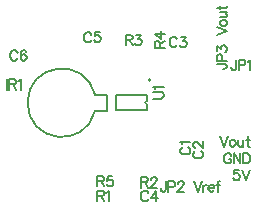
<source format=gto>
G04*
G04 #@! TF.GenerationSoftware,Altium Limited,Altium Designer,20.2.6 (244)*
G04*
G04 Layer_Color=65535*
%FSLAX25Y25*%
%MOIN*%
G70*
G04*
G04 #@! TF.SameCoordinates,2912C924-6B85-435B-98AD-5968C9E07C92*
G04*
G04*
G04 #@! TF.FilePolarity,Positive*
G04*
G01*
G75*
%ADD10C,0.00787*%
%ADD11C,0.00620*%
D10*
X51458Y52776D02*
G03*
X51458Y52776I-379J0D01*
G01*
X50197Y45915D02*
G03*
X50197Y44636I0J-640D01*
G01*
X32950Y47951D02*
G03*
X32950Y42600I-11099J-2676D01*
G01*
X39961Y47795D02*
X50197D01*
X39961Y42756D02*
Y47795D01*
Y42756D02*
X50197D01*
Y44636D01*
Y45915D02*
Y47795D01*
X32956Y42598D02*
X37047D01*
Y47953D01*
X32956D02*
X37047D01*
D11*
X74774Y34051D02*
X76069Y30652D01*
X77364Y34051D02*
X76069Y30652D01*
X78611Y32918D02*
X78287Y32756D01*
X77963Y32432D01*
X77802Y31947D01*
Y31623D01*
X77963Y31137D01*
X78287Y30814D01*
X78611Y30652D01*
X79097D01*
X79420Y30814D01*
X79744Y31137D01*
X79906Y31623D01*
Y31947D01*
X79744Y32432D01*
X79420Y32756D01*
X79097Y32918D01*
X78611D01*
X80650D02*
Y31299D01*
X80812Y30814D01*
X81136Y30652D01*
X81622D01*
X81945Y30814D01*
X82431Y31299D01*
Y32918D02*
Y30652D01*
X83807Y34051D02*
Y31299D01*
X83969Y30814D01*
X84293Y30652D01*
X84616D01*
X83321Y32918D02*
X84454D01*
X78368Y27675D02*
X78206Y27998D01*
X77882Y28322D01*
X77559Y28484D01*
X76911D01*
X76587Y28322D01*
X76264Y27998D01*
X76102Y27675D01*
X75940Y27189D01*
Y26380D01*
X76102Y25894D01*
X76264Y25570D01*
X76587Y25247D01*
X76911Y25085D01*
X77559D01*
X77882Y25247D01*
X78206Y25570D01*
X78368Y25894D01*
Y26380D01*
X77559D02*
X78368D01*
X79145Y28484D02*
Y25085D01*
Y28484D02*
X81411Y25085D01*
Y28484D02*
Y25085D01*
X82350Y28484D02*
Y25085D01*
Y28484D02*
X83483D01*
X83969Y28322D01*
X84293Y27998D01*
X84454Y27675D01*
X84616Y27189D01*
Y26380D01*
X84454Y25894D01*
X84293Y25570D01*
X83969Y25247D01*
X83483Y25085D01*
X82350D01*
X80942Y22917D02*
X79323D01*
X79161Y21460D01*
X79323Y21622D01*
X79809Y21784D01*
X80294D01*
X80780Y21622D01*
X81104Y21298D01*
X81265Y20813D01*
Y20489D01*
X81104Y20003D01*
X80780Y19680D01*
X80294Y19518D01*
X79809D01*
X79323Y19680D01*
X79161Y19841D01*
X78999Y20165D01*
X82026Y22917D02*
X83321Y19518D01*
X84616Y22917D02*
X83321Y19518D01*
X56476Y19023D02*
Y16433D01*
X56314Y15947D01*
X56152Y15785D01*
X55828Y15623D01*
X55505D01*
X55181Y15785D01*
X55019Y15947D01*
X54857Y16433D01*
Y16756D01*
X57350Y17242D02*
X58807D01*
X59293Y17404D01*
X59454Y17566D01*
X59616Y17889D01*
Y18375D01*
X59454Y18699D01*
X59293Y18861D01*
X58807Y19023D01*
X57350D01*
Y15623D01*
X60539Y18213D02*
Y18375D01*
X60701Y18699D01*
X60863Y18861D01*
X61186Y19023D01*
X61834D01*
X62158Y18861D01*
X62319Y18699D01*
X62481Y18375D01*
Y18051D01*
X62319Y17728D01*
X61996Y17242D01*
X60377Y15623D01*
X62643D01*
X66075Y19023D02*
X67370Y15623D01*
X68665Y19023D02*
X67370Y15623D01*
X69102Y17889D02*
Y15623D01*
Y16918D02*
X69264Y17404D01*
X69587Y17728D01*
X69911Y17889D01*
X70397D01*
X70704Y16918D02*
X72647D01*
Y17242D01*
X72485Y17566D01*
X72323Y17728D01*
X71999Y17889D01*
X71514D01*
X71190Y17728D01*
X70866Y17404D01*
X70704Y16918D01*
Y16594D01*
X70866Y16109D01*
X71190Y15785D01*
X71514Y15623D01*
X71999D01*
X72323Y15785D01*
X72647Y16109D01*
X74670Y19023D02*
X74347D01*
X74023Y18861D01*
X73861Y18375D01*
Y15623D01*
X73375Y17889D02*
X74508D01*
X79950Y59574D02*
Y56984D01*
X79788Y56498D01*
X79627Y56336D01*
X79303Y56174D01*
X78979D01*
X78655Y56336D01*
X78493Y56498D01*
X78332Y56984D01*
Y57307D01*
X80824Y57793D02*
X82281D01*
X82767Y57955D01*
X82929Y58117D01*
X83091Y58441D01*
Y58926D01*
X82929Y59250D01*
X82767Y59412D01*
X82281Y59574D01*
X80824D01*
Y56174D01*
X83851Y58926D02*
X84175Y59088D01*
X84661Y59574D01*
Y56174D01*
X73497Y58215D02*
X76087D01*
X76573Y58053D01*
X76735Y57891D01*
X76897Y57568D01*
Y57244D01*
X76735Y56920D01*
X76573Y56758D01*
X76087Y56596D01*
X75763D01*
X75278Y59089D02*
Y60546D01*
X75116Y61032D01*
X74954Y61193D01*
X74630Y61355D01*
X74145D01*
X73821Y61193D01*
X73659Y61032D01*
X73497Y60546D01*
Y59089D01*
X76897D01*
X73497Y62440D02*
Y64220D01*
X74792Y63249D01*
Y63735D01*
X74954Y64059D01*
X75116Y64220D01*
X75602Y64382D01*
X75925D01*
X76411Y64220D01*
X76735Y63897D01*
X76897Y63411D01*
Y62925D01*
X76735Y62440D01*
X76573Y62278D01*
X76249Y62116D01*
X73497Y67814D02*
X76897Y69109D01*
X73497Y70404D02*
X76897Y69109D01*
X74630Y71650D02*
X74792Y71327D01*
X75116Y71003D01*
X75602Y70841D01*
X75925D01*
X76411Y71003D01*
X76735Y71327D01*
X76897Y71650D01*
Y72136D01*
X76735Y72460D01*
X76411Y72783D01*
X75925Y72945D01*
X75602D01*
X75116Y72783D01*
X74792Y72460D01*
X74630Y72136D01*
Y71650D01*
Y73690D02*
X76249D01*
X76735Y73852D01*
X76897Y74175D01*
Y74661D01*
X76735Y74985D01*
X76249Y75470D01*
X74630D02*
X76897D01*
X73497Y76846D02*
X76249D01*
X76735Y77008D01*
X76897Y77332D01*
Y77656D01*
X74630Y76361D02*
Y77494D01*
X52434Y46615D02*
X54862D01*
X55348Y46777D01*
X55672Y47100D01*
X55834Y47586D01*
Y47910D01*
X55672Y48395D01*
X55348Y48719D01*
X54862Y48881D01*
X52434D01*
X53082Y49820D02*
X52920Y50144D01*
X52434Y50629D01*
X55834D01*
X62102Y30450D02*
X61778Y30288D01*
X61454Y29964D01*
X61292Y29641D01*
Y28993D01*
X61454Y28669D01*
X61778Y28346D01*
X62102Y28184D01*
X62587Y28022D01*
X63397D01*
X63882Y28184D01*
X64206Y28346D01*
X64530Y28669D01*
X64692Y28993D01*
Y29641D01*
X64530Y29964D01*
X64206Y30288D01*
X63882Y30450D01*
X61940Y31405D02*
X61778Y31729D01*
X61292Y32214D01*
X64692D01*
X33712Y15873D02*
Y12474D01*
Y15873D02*
X35169D01*
X35654Y15711D01*
X35816Y15549D01*
X35978Y15225D01*
Y14902D01*
X35816Y14578D01*
X35654Y14416D01*
X35169Y14254D01*
X33712D01*
X34845D02*
X35978Y12474D01*
X36739Y15225D02*
X37062Y15387D01*
X37548Y15873D01*
Y12474D01*
X33771Y20794D02*
Y17395D01*
Y20794D02*
X35228D01*
X35713Y20632D01*
X35875Y20470D01*
X36037Y20147D01*
Y19823D01*
X35875Y19499D01*
X35713Y19337D01*
X35228Y19175D01*
X33771D01*
X34904D02*
X36037Y17395D01*
X38740Y20794D02*
X37121D01*
X36960Y19337D01*
X37121Y19499D01*
X37607Y19661D01*
X38093D01*
X38578Y19499D01*
X38902Y19175D01*
X39064Y18690D01*
Y18366D01*
X38902Y17880D01*
X38578Y17557D01*
X38093Y17395D01*
X37607D01*
X37121Y17557D01*
X36960Y17719D01*
X36798Y18042D01*
X3631Y53078D02*
Y49678D01*
X4343Y53078D02*
Y49678D01*
Y53078D02*
X5800D01*
X6286Y52916D01*
X6448Y52754D01*
X6610Y52430D01*
Y52106D01*
X6448Y51783D01*
X6286Y51621D01*
X5800Y51459D01*
X4343D01*
X5477D02*
X6610Y49678D01*
X7370Y52430D02*
X7694Y52592D01*
X8180Y53078D01*
Y49678D01*
X66432Y29131D02*
X66109Y28969D01*
X65785Y28645D01*
X65623Y28322D01*
Y27674D01*
X65785Y27350D01*
X66109Y27027D01*
X66432Y26865D01*
X66918Y26703D01*
X67728D01*
X68213Y26865D01*
X68537Y27027D01*
X68861Y27350D01*
X69023Y27674D01*
Y28322D01*
X68861Y28645D01*
X68537Y28969D01*
X68213Y29131D01*
X66432Y30248D02*
X66271D01*
X65947Y30410D01*
X65785Y30572D01*
X65623Y30895D01*
Y31543D01*
X65785Y31867D01*
X65947Y32028D01*
X66271Y32190D01*
X66594D01*
X66918Y32028D01*
X67404Y31705D01*
X69023Y30086D01*
Y32352D01*
X60233Y66442D02*
X60071Y66765D01*
X59748Y67089D01*
X59424Y67251D01*
X58776D01*
X58453Y67089D01*
X58129Y66765D01*
X57967Y66442D01*
X57805Y65956D01*
Y65146D01*
X57967Y64661D01*
X58129Y64337D01*
X58453Y64013D01*
X58776Y63851D01*
X59424D01*
X59748Y64013D01*
X60071Y64337D01*
X60233Y64661D01*
X61512Y67251D02*
X63293D01*
X62322Y65956D01*
X62807D01*
X63131Y65794D01*
X63293Y65632D01*
X63455Y65146D01*
Y64823D01*
X63293Y64337D01*
X62969Y64013D01*
X62483Y63851D01*
X61998D01*
X61512Y64013D01*
X61350Y64175D01*
X61188Y64499D01*
X52828Y63611D02*
X56227D01*
X52828D02*
Y65068D01*
X52990Y65553D01*
X53152Y65715D01*
X53475Y65877D01*
X53799D01*
X54123Y65715D01*
X54285Y65553D01*
X54447Y65068D01*
Y63611D01*
Y64744D02*
X56227Y65877D01*
X52828Y68257D02*
X55094Y66638D01*
Y69066D01*
X52828Y68257D02*
X56227D01*
X43220Y67841D02*
Y64442D01*
Y67841D02*
X44676D01*
X45162Y67680D01*
X45324Y67518D01*
X45486Y67194D01*
Y66870D01*
X45324Y66546D01*
X45162Y66385D01*
X44676Y66223D01*
X43220D01*
X44353D02*
X45486Y64442D01*
X46570Y67841D02*
X48351D01*
X47380Y66546D01*
X47865D01*
X48189Y66385D01*
X48351Y66223D01*
X48513Y65737D01*
Y65413D01*
X48351Y64928D01*
X48027Y64604D01*
X47541Y64442D01*
X47056D01*
X46570Y64604D01*
X46408Y64766D01*
X46246Y65090D01*
X48338Y20400D02*
Y17001D01*
Y20400D02*
X49795D01*
X50280Y20239D01*
X50442Y20077D01*
X50604Y19753D01*
Y19429D01*
X50442Y19105D01*
X50280Y18944D01*
X49795Y18782D01*
X48338D01*
X49471D02*
X50604Y17001D01*
X51526Y19591D02*
Y19753D01*
X51688Y20077D01*
X51850Y20239D01*
X52174Y20400D01*
X52821D01*
X53145Y20239D01*
X53307Y20077D01*
X53469Y19753D01*
Y19429D01*
X53307Y19105D01*
X52983Y18620D01*
X51365Y17001D01*
X53631D01*
X7165Y61914D02*
X7003Y62238D01*
X6679Y62561D01*
X6355Y62723D01*
X5708D01*
X5384Y62561D01*
X5060Y62238D01*
X4899Y61914D01*
X4737Y61428D01*
Y60619D01*
X4899Y60133D01*
X5060Y59810D01*
X5384Y59486D01*
X5708Y59324D01*
X6355D01*
X6679Y59486D01*
X7003Y59810D01*
X7165Y60133D01*
X10062Y62238D02*
X9900Y62561D01*
X9415Y62723D01*
X9091D01*
X8605Y62561D01*
X8282Y62076D01*
X8120Y61266D01*
Y60457D01*
X8282Y59810D01*
X8605Y59486D01*
X9091Y59324D01*
X9253D01*
X9738Y59486D01*
X10062Y59810D01*
X10224Y60295D01*
Y60457D01*
X10062Y60943D01*
X9738Y61266D01*
X9253Y61428D01*
X9091D01*
X8605Y61266D01*
X8282Y60943D01*
X8120Y60457D01*
X31690Y68016D02*
X31528Y68340D01*
X31204Y68664D01*
X30881Y68826D01*
X30233D01*
X29910Y68664D01*
X29586Y68340D01*
X29424Y68016D01*
X29262Y67531D01*
Y66721D01*
X29424Y66236D01*
X29586Y65912D01*
X29910Y65588D01*
X30233Y65426D01*
X30881D01*
X31204Y65588D01*
X31528Y65912D01*
X31690Y66236D01*
X34587Y68826D02*
X32969D01*
X32807Y67369D01*
X32969Y67531D01*
X33454Y67693D01*
X33940D01*
X34426Y67531D01*
X34749Y67207D01*
X34911Y66721D01*
Y66398D01*
X34749Y65912D01*
X34426Y65588D01*
X33940Y65426D01*
X33454D01*
X32969Y65588D01*
X32807Y65750D01*
X32645Y66074D01*
X50704Y15064D02*
X50542Y15387D01*
X50218Y15711D01*
X49894Y15873D01*
X49247D01*
X48923Y15711D01*
X48599Y15387D01*
X48437Y15064D01*
X48276Y14578D01*
Y13769D01*
X48437Y13283D01*
X48599Y12959D01*
X48923Y12636D01*
X49247Y12474D01*
X49894D01*
X50218Y12636D01*
X50542Y12959D01*
X50704Y13283D01*
X53277Y15873D02*
X51659Y13607D01*
X54087D01*
X53277Y15873D02*
Y12474D01*
M02*

</source>
